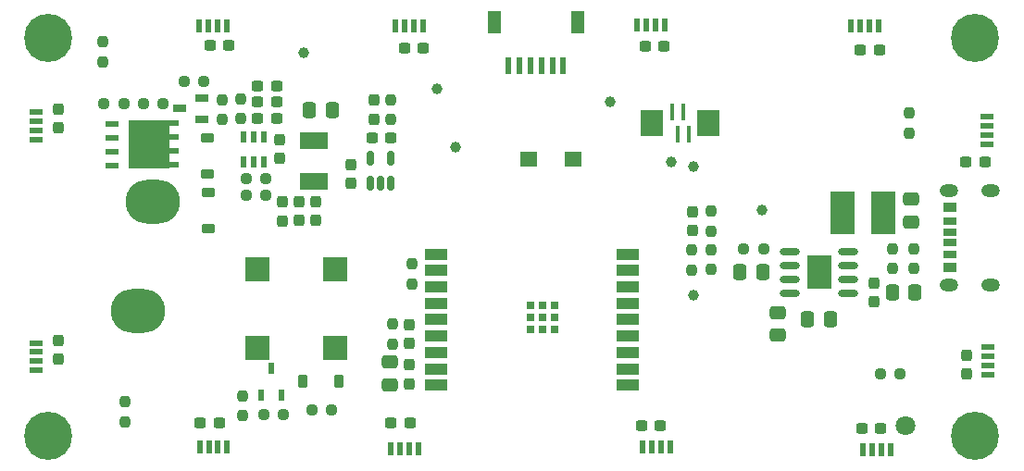
<source format=gbr>
%TF.GenerationSoftware,KiCad,Pcbnew,8.0.2*%
%TF.CreationDate,2024-07-08T12:14:41+08:00*%
%TF.ProjectId,bat_rf,6261745f-7266-42e6-9b69-6361645f7063,rev?*%
%TF.SameCoordinates,Original*%
%TF.FileFunction,Soldermask,Bot*%
%TF.FilePolarity,Negative*%
%FSLAX46Y46*%
G04 Gerber Fmt 4.6, Leading zero omitted, Abs format (unit mm)*
G04 Created by KiCad (PCBNEW 8.0.2) date 2024-07-08 12:14:41*
%MOMM*%
%LPD*%
G01*
G04 APERTURE LIST*
G04 Aperture macros list*
%AMRoundRect*
0 Rectangle with rounded corners*
0 $1 Rounding radius*
0 $2 $3 $4 $5 $6 $7 $8 $9 X,Y pos of 4 corners*
0 Add a 4 corners polygon primitive as box body*
4,1,4,$2,$3,$4,$5,$6,$7,$8,$9,$2,$3,0*
0 Add four circle primitives for the rounded corners*
1,1,$1+$1,$2,$3*
1,1,$1+$1,$4,$5*
1,1,$1+$1,$6,$7*
1,1,$1+$1,$8,$9*
0 Add four rect primitives between the rounded corners*
20,1,$1+$1,$2,$3,$4,$5,0*
20,1,$1+$1,$4,$5,$6,$7,0*
20,1,$1+$1,$6,$7,$8,$9,0*
20,1,$1+$1,$8,$9,$2,$3,0*%
G04 Aperture macros list end*
%ADD10C,1.000000*%
%ADD11R,3.800000X4.400000*%
%ADD12R,1.200000X0.580000*%
%ADD13C,1.800000*%
%ADD14C,4.400000*%
%ADD15RoundRect,0.237500X-0.250000X-0.237500X0.250000X-0.237500X0.250000X0.237500X-0.250000X0.237500X0*%
%ADD16R,1.200000X0.550000*%
%ADD17RoundRect,0.225000X-0.375000X0.225000X-0.375000X-0.225000X0.375000X-0.225000X0.375000X0.225000X0*%
%ADD18RoundRect,0.237500X0.237500X-0.250000X0.237500X0.250000X-0.237500X0.250000X-0.237500X-0.250000X0*%
%ADD19RoundRect,0.237500X0.300000X0.237500X-0.300000X0.237500X-0.300000X-0.237500X0.300000X-0.237500X0*%
%ADD20R,0.550000X1.200000*%
%ADD21RoundRect,0.237500X0.237500X-0.300000X0.237500X0.300000X-0.237500X0.300000X-0.237500X-0.300000X0*%
%ADD22RoundRect,0.237500X0.250000X0.237500X-0.250000X0.237500X-0.250000X-0.237500X0.250000X-0.237500X0*%
%ADD23RoundRect,0.237500X0.237500X-0.287500X0.237500X0.287500X-0.237500X0.287500X-0.237500X-0.287500X0*%
%ADD24RoundRect,0.237500X-0.237500X0.250000X-0.237500X-0.250000X0.237500X-0.250000X0.237500X0.250000X0*%
%ADD25R,1.530000X1.360000*%
%ADD26R,0.600000X1.600000*%
%ADD27R,1.200000X2.000000*%
%ADD28R,0.532000X1.072000*%
%ADD29RoundRect,0.237500X-0.300000X-0.237500X0.300000X-0.237500X0.300000X0.237500X-0.300000X0.237500X0*%
%ADD30O,1.865000X0.630000*%
%ADD31R,2.200000X3.100000*%
%ADD32RoundRect,0.250000X0.337500X0.475000X-0.337500X0.475000X-0.337500X-0.475000X0.337500X-0.475000X0*%
%ADD33RoundRect,0.237500X-0.237500X0.300000X-0.237500X-0.300000X0.237500X-0.300000X0.237500X0.300000X0*%
%ADD34R,2.500000X1.500000*%
%ADD35RoundRect,0.225000X0.375000X-0.225000X0.375000X0.225000X-0.375000X0.225000X-0.375000X-0.225000X0*%
%ADD36O,1.700000X1.200000*%
%ADD37R,1.200000X0.700000*%
%ADD38R,1.200000X0.800000*%
%ADD39R,1.200000X0.900000*%
%ADD40O,5.000000X4.000000*%
%ADD41R,0.400000X1.500000*%
%ADD42R,2.000000X2.400000*%
%ADD43R,2.000000X1.000000*%
%ADD44R,0.700000X0.700000*%
%ADD45R,2.200000X2.200000*%
%ADD46RoundRect,0.250000X0.475000X-0.337500X0.475000X0.337500X-0.475000X0.337500X-0.475000X-0.337500X0*%
%ADD47RoundRect,0.250000X-0.337500X-0.475000X0.337500X-0.475000X0.337500X0.475000X-0.337500X0.475000X0*%
%ADD48R,1.250000X0.700000*%
%ADD49RoundRect,0.225000X0.225000X0.375000X-0.225000X0.375000X-0.225000X-0.375000X0.225000X-0.375000X0*%
%ADD50RoundRect,0.250000X-0.475000X0.337500X-0.475000X-0.337500X0.475000X-0.337500X0.475000X0.337500X0*%
%ADD51R,0.600000X1.070000*%
%ADD52RoundRect,0.150000X0.150000X-0.512500X0.150000X0.512500X-0.150000X0.512500X-0.150000X-0.512500X0*%
%ADD53R,2.200000X3.900000*%
G04 APERTURE END LIST*
D10*
%TO.C,TP5*%
X126000000Y-94800000D03*
%TD*%
%TO.C,TP4*%
X126000000Y-83000000D03*
%TD*%
%TO.C,TP3*%
X124000000Y-82600000D03*
%TD*%
D11*
%TO.C,Q1*%
X76196000Y-80963000D03*
D12*
X78300000Y-82865000D03*
X78300000Y-81595000D03*
X78300000Y-80325000D03*
X78300000Y-79056000D03*
X72800000Y-79060000D03*
X72800000Y-80330000D03*
X72800000Y-81600000D03*
X72800000Y-82870000D03*
%TD*%
D13*
%TO.C,BT1*%
X145430000Y-106700000D03*
%TD*%
D14*
%TO.C,H3*%
X67025000Y-107625000D03*
%TD*%
%TO.C,H4*%
X67025000Y-71225000D03*
%TD*%
%TO.C,H1*%
X151725000Y-71225000D03*
%TD*%
%TO.C,H2*%
X151725000Y-107625000D03*
%TD*%
D15*
%TO.C,R22*%
X85101000Y-85600000D03*
X86926000Y-85600000D03*
%TD*%
D16*
%TO.C,LED8*%
X152925000Y-102005000D03*
X152925000Y-101165000D03*
X152925000Y-100325000D03*
X152925000Y-99485000D03*
%TD*%
D17*
%TO.C,D1*%
X81626000Y-85350000D03*
X81626000Y-88650000D03*
%TD*%
D18*
%TO.C,R17*%
X84800000Y-105812500D03*
X84800000Y-103987500D03*
%TD*%
D19*
%TO.C,C31*%
X101307500Y-72125000D03*
X99582500Y-72125000D03*
%TD*%
D10*
%TO.C,TP9*%
X104226000Y-81200000D03*
%TD*%
D18*
%TO.C,R16*%
X98326000Y-78700000D03*
X98326000Y-76875000D03*
%TD*%
D20*
%TO.C,LED12*%
X141485000Y-108925000D03*
X142325000Y-108925000D03*
X143165000Y-108925000D03*
X144005000Y-108925000D03*
%TD*%
D21*
%TO.C,C18*%
X88126000Y-82262500D03*
X88126000Y-80537500D03*
%TD*%
D20*
%TO.C,LED10*%
X142945000Y-70125000D03*
X142105000Y-70125000D03*
X141265000Y-70125000D03*
X140425000Y-70125000D03*
%TD*%
D22*
%TO.C,R6*%
X92912500Y-105300000D03*
X91087500Y-105300000D03*
%TD*%
D19*
%TO.C,C30*%
X123327500Y-72025000D03*
X121602500Y-72025000D03*
%TD*%
D20*
%TO.C,LED1*%
X123365000Y-70025000D03*
X122525000Y-70025000D03*
X121685000Y-70025000D03*
X120845000Y-70025000D03*
%TD*%
D23*
%TO.C,D6*%
X96776000Y-78655000D03*
X96776000Y-76905000D03*
%TD*%
D24*
%TO.C,R3*%
X145725000Y-78112500D03*
X145725000Y-79937500D03*
%TD*%
D25*
%TO.C,SW3*%
X115035000Y-82300000D03*
X110965000Y-82300000D03*
%TD*%
D24*
%TO.C,R10*%
X127600000Y-87075000D03*
X127600000Y-88900000D03*
%TD*%
D26*
%TO.C,J3*%
X109100000Y-73800000D03*
X110100000Y-73800000D03*
X111100000Y-73800000D03*
X112100000Y-73800000D03*
X113100000Y-73800000D03*
X114100000Y-73800000D03*
D27*
X115400000Y-69800000D03*
X107800000Y-69800000D03*
%TD*%
D20*
%TO.C,LED6*%
X80848250Y-108665000D03*
X81688250Y-108665000D03*
X82528250Y-108665000D03*
X83368250Y-108665000D03*
%TD*%
D28*
%TO.C,U3*%
X86726000Y-82600000D03*
X85776000Y-82600000D03*
X84826000Y-82600000D03*
X84826000Y-80302000D03*
X85776000Y-80302000D03*
X86726000Y-80302000D03*
%TD*%
D29*
%TO.C,C2*%
X86163500Y-77100000D03*
X87888500Y-77100000D03*
%TD*%
D20*
%TO.C,LED2*%
X101265000Y-70125000D03*
X100425000Y-70125000D03*
X99585000Y-70125000D03*
X98745000Y-70125000D03*
%TD*%
D18*
%TO.C,R5*%
X74000000Y-106325000D03*
X74000000Y-104500000D03*
%TD*%
D30*
%TO.C,U2*%
X134818000Y-94570000D03*
X134818000Y-93300000D03*
X134818000Y-92030000D03*
X134818000Y-90760000D03*
X140182000Y-90760000D03*
X140182000Y-92030000D03*
X140182000Y-93300000D03*
X140182000Y-94570000D03*
D31*
X137500000Y-92665000D03*
%TD*%
D32*
%TO.C,FB1*%
X92963500Y-77800000D03*
X90888500Y-77800000D03*
%TD*%
D33*
%TO.C,C33*%
X67925000Y-77737500D03*
X67925000Y-79462500D03*
%TD*%
D34*
%TO.C,L1*%
X91326000Y-80650000D03*
X91326000Y-84350000D03*
%TD*%
D33*
%TO.C,C7*%
X89916000Y-86212500D03*
X89916000Y-87937500D03*
%TD*%
D15*
%TO.C,R18*%
X130587500Y-90525000D03*
X132412500Y-90525000D03*
%TD*%
%TO.C,R7*%
X86712500Y-105675000D03*
X88537500Y-105675000D03*
%TD*%
D18*
%TO.C,R14*%
X125850000Y-92437500D03*
X125850000Y-90612500D03*
%TD*%
D29*
%TO.C,C36*%
X98342500Y-106445000D03*
X100067500Y-106445000D03*
%TD*%
D35*
%TO.C,D7*%
X81526000Y-83650000D03*
X81526000Y-80350000D03*
%TD*%
D33*
%TO.C,C34*%
X67925000Y-98882500D03*
X67925000Y-100607500D03*
%TD*%
D29*
%TO.C,C11*%
X121253250Y-106665000D03*
X122978250Y-106665000D03*
%TD*%
D36*
%TO.C,J1*%
X149400000Y-85160000D03*
X149400000Y-93800000D03*
X153200000Y-85160000D03*
X153200000Y-93800000D03*
D37*
X149420000Y-88980000D03*
D38*
X149420000Y-91000000D03*
D39*
X149420000Y-92230000D03*
D37*
X149420000Y-89980000D03*
D38*
X149420000Y-87960000D03*
D39*
X149420000Y-86730000D03*
%TD*%
D40*
%TO.C,J2*%
X76600000Y-86200000D03*
%TD*%
D41*
%TO.C,P1*%
X125550000Y-80014000D03*
X125050000Y-77986000D03*
X124550000Y-80014000D03*
X124050000Y-77986000D03*
D42*
X122237000Y-79001000D03*
X127363000Y-78992000D03*
%TD*%
D24*
%TO.C,R1*%
X144225000Y-90525000D03*
X144225000Y-92350000D03*
%TD*%
D16*
%TO.C,LED4*%
X65925000Y-78025000D03*
X65925000Y-78865000D03*
X65925000Y-79705000D03*
X65925000Y-80545000D03*
%TD*%
D43*
%TO.C,U1*%
X102485500Y-103000000D03*
X102485500Y-101500000D03*
X102485500Y-100000000D03*
X102485500Y-98500000D03*
X102485500Y-97000000D03*
X102485500Y-95500000D03*
X102485500Y-94000000D03*
X102485500Y-92500000D03*
X102485500Y-91000000D03*
X119985500Y-91000000D03*
X119985500Y-92500000D03*
X119985500Y-94000000D03*
X119985500Y-95500000D03*
X119985500Y-97000000D03*
X119985500Y-98500000D03*
X119985500Y-100000000D03*
X119985500Y-101500000D03*
X119985500Y-103000000D03*
D44*
X111095500Y-95700000D03*
X111095500Y-96800000D03*
X111095500Y-97900000D03*
X112195500Y-95700000D03*
X112195500Y-96800000D03*
X112195500Y-97900000D03*
X113295500Y-95700000D03*
X113295500Y-96800000D03*
X113295500Y-97900000D03*
%TD*%
D20*
%TO.C,LED3*%
X83325000Y-70125000D03*
X82485000Y-70125000D03*
X81645000Y-70125000D03*
X80805000Y-70125000D03*
%TD*%
D10*
%TO.C,TP11*%
X132300000Y-87000000D03*
%TD*%
D45*
%TO.C,U5*%
X93241000Y-99568000D03*
X86143000Y-99581000D03*
X86172000Y-92420000D03*
X93257000Y-92419000D03*
%TD*%
D29*
%TO.C,C35*%
X80900000Y-106425000D03*
X82625000Y-106425000D03*
%TD*%
D19*
%TO.C,C6*%
X152662500Y-82600000D03*
X150937500Y-82600000D03*
%TD*%
D10*
%TO.C,TP1*%
X118400000Y-77100000D03*
%TD*%
D33*
%TO.C,C27*%
X142500000Y-93637500D03*
X142500000Y-95362500D03*
%TD*%
D19*
%TO.C,C15*%
X98338500Y-80362500D03*
X96613500Y-80362500D03*
%TD*%
D24*
%TO.C,R13*%
X72000000Y-71587500D03*
X72000000Y-73412500D03*
%TD*%
D10*
%TO.C,TP7*%
X90400000Y-72600000D03*
%TD*%
D40*
%TO.C,J5*%
X75200000Y-96200000D03*
%TD*%
D46*
%TO.C,C12*%
X98200000Y-102937500D03*
X98200000Y-100862500D03*
%TD*%
D22*
%TO.C,R19*%
X77512500Y-77200000D03*
X75687500Y-77200000D03*
%TD*%
D46*
%TO.C,C28*%
X145925000Y-88037500D03*
X145925000Y-85962500D03*
%TD*%
D19*
%TO.C,C32*%
X83507500Y-71925000D03*
X81782500Y-71925000D03*
%TD*%
D21*
%TO.C,C16*%
X100000000Y-99162500D03*
X100000000Y-97437500D03*
%TD*%
%TO.C,C13*%
X100000000Y-102862500D03*
X100000000Y-101137500D03*
%TD*%
D10*
%TO.C,TP2*%
X102526000Y-75900000D03*
%TD*%
D15*
%TO.C,R15*%
X143087500Y-102000000D03*
X144912500Y-102000000D03*
%TD*%
D32*
%TO.C,C40*%
X132337500Y-92625000D03*
X130262500Y-92625000D03*
%TD*%
D47*
%TO.C,C29*%
X144187500Y-94525000D03*
X146262500Y-94525000D03*
%TD*%
D16*
%TO.C,LED9*%
X152825000Y-80925000D03*
X152825000Y-80085000D03*
X152825000Y-79245000D03*
X152825000Y-78405000D03*
%TD*%
D29*
%TO.C,C17*%
X141422500Y-106925000D03*
X143147500Y-106925000D03*
%TD*%
%TO.C,C1*%
X86163500Y-78620000D03*
X87888500Y-78620000D03*
%TD*%
D47*
%TO.C,C10*%
X136462500Y-97000000D03*
X138537500Y-97000000D03*
%TD*%
D15*
%TO.C,R21*%
X79413500Y-75200000D03*
X81238500Y-75200000D03*
%TD*%
D18*
%TO.C,R12*%
X98500000Y-99212500D03*
X98500000Y-97387500D03*
%TD*%
D20*
%TO.C,LED7*%
X98350000Y-108800000D03*
X99190000Y-108800000D03*
X100030000Y-108800000D03*
X100870000Y-108800000D03*
%TD*%
D24*
%TO.C,R23*%
X84626000Y-76787500D03*
X84626000Y-78612500D03*
%TD*%
D33*
%TO.C,C4*%
X88426000Y-86237500D03*
X88426000Y-87962500D03*
%TD*%
D48*
%TO.C,U4*%
X81026000Y-76750000D03*
X81026000Y-78650000D03*
X79026000Y-77700000D03*
%TD*%
D20*
%TO.C,LED11*%
X121373250Y-108665000D03*
X122213250Y-108665000D03*
X123053250Y-108665000D03*
X123893250Y-108665000D03*
%TD*%
D19*
%TO.C,C14*%
X142987500Y-72325000D03*
X141262500Y-72325000D03*
%TD*%
D49*
%TO.C,D5*%
X93550000Y-102600000D03*
X90250000Y-102600000D03*
%TD*%
D29*
%TO.C,C3*%
X86163500Y-75600000D03*
X87888500Y-75600000D03*
%TD*%
D18*
%TO.C,R4*%
X100300000Y-93712500D03*
X100300000Y-91887500D03*
%TD*%
%TO.C,R2*%
X146125000Y-92337500D03*
X146125000Y-90512500D03*
%TD*%
D50*
%TO.C,C26*%
X133700000Y-96362500D03*
X133700000Y-98437500D03*
%TD*%
D21*
%TO.C,C5*%
X150985000Y-101953250D03*
X150985000Y-100228250D03*
%TD*%
D24*
%TO.C,R9*%
X127600000Y-90575000D03*
X127600000Y-92400000D03*
%TD*%
D15*
%TO.C,R11*%
X85101000Y-84100000D03*
X86926000Y-84100000D03*
%TD*%
D16*
%TO.C,LED5*%
X65925000Y-99125000D03*
X65925000Y-99965000D03*
X65925000Y-100805000D03*
X65925000Y-101645000D03*
%TD*%
D51*
%TO.C,Q5*%
X88350000Y-103935000D03*
X86450000Y-103935000D03*
X87400000Y-101465000D03*
%TD*%
D52*
%TO.C,U7*%
X98326000Y-84500000D03*
X97376000Y-84500000D03*
X96426000Y-84500000D03*
X96426000Y-82225000D03*
X98326000Y-82225000D03*
%TD*%
D21*
%TO.C,C37*%
X125900000Y-88850000D03*
X125900000Y-87125000D03*
%TD*%
%TO.C,C9*%
X94676000Y-84525000D03*
X94676000Y-82800000D03*
%TD*%
D18*
%TO.C,R20*%
X82926000Y-78712500D03*
X82926000Y-76887500D03*
%TD*%
D33*
%TO.C,C8*%
X91426000Y-86212500D03*
X91426000Y-87937500D03*
%TD*%
D53*
%TO.C,L2*%
X143400000Y-87250000D03*
X139600000Y-87250000D03*
%TD*%
D22*
%TO.C,R8*%
X73912500Y-77200000D03*
X72087500Y-77200000D03*
%TD*%
M02*

</source>
